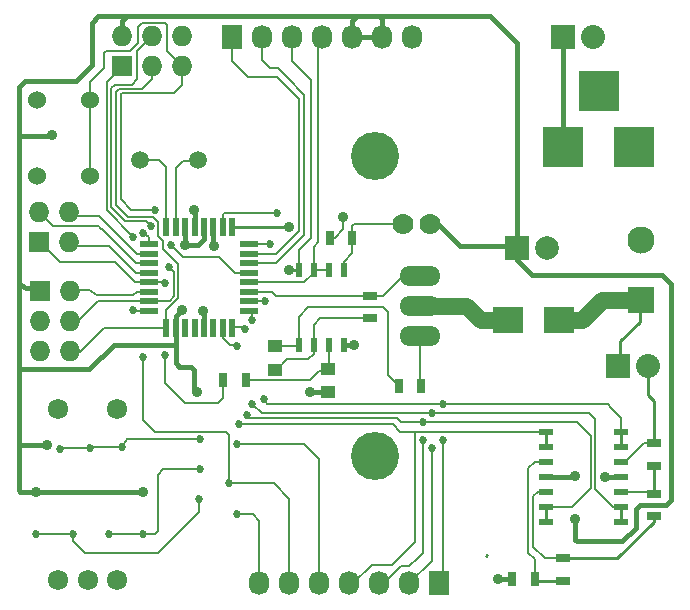
<source format=gtl>
G04 #@! TF.FileFunction,Copper,L1,Top,Signal*
%FSLAX46Y46*%
G04 Gerber Fmt 4.6, Leading zero omitted, Abs format (unit mm)*
G04 Created by KiCad (PCBNEW (2015-01-16 BZR 5376)-product) date 3/6/2015 10:24:15 PM*
%MOMM*%
G01*
G04 APERTURE LIST*
%ADD10C,0.100000*%
%ADD11O,3.500120X1.699260*%
%ADD12R,1.250000X1.000000*%
%ADD13C,2.300000*%
%ADD14R,2.300000X2.300000*%
%ADD15R,0.700000X1.300000*%
%ADD16R,1.300000X0.700000*%
%ADD17C,1.524000*%
%ADD18R,0.508000X1.143000*%
%ADD19C,1.501140*%
%ADD20R,1.727200X1.727200*%
%ADD21O,1.727200X1.727200*%
%ADD22C,4.064000*%
%ADD23R,1.143000X0.508000*%
%ADD24R,2.499360X2.301240*%
%ADD25R,3.500120X3.500120*%
%ADD26C,1.724000*%
%ADD27R,1.998980X1.998980*%
%ADD28C,1.998980*%
%ADD29R,0.550000X1.600000*%
%ADD30R,1.600000X0.550000*%
%ADD31R,1.727200X2.032000*%
%ADD32O,1.727200X2.032000*%
%ADD33C,1.778000*%
%ADD34R,2.032000X2.032000*%
%ADD35O,2.032000X2.032000*%
%ADD36C,0.889000*%
%ADD37C,0.685800*%
%ADD38C,0.254000*%
%ADD39C,0.152400*%
%ADD40C,0.381000*%
%ADD41C,1.400000*%
G04 APERTURE END LIST*
D10*
D11*
X202819000Y-74930000D03*
X202819000Y-77470000D03*
X202819000Y-72390000D03*
D12*
X195021200Y-80280000D03*
X195021200Y-82280000D03*
X190500000Y-78349600D03*
X190500000Y-80349600D03*
D13*
X221488000Y-69342000D03*
D14*
X221488000Y-74422000D03*
D15*
X186146400Y-81229200D03*
X188046400Y-81229200D03*
X202880000Y-81737200D03*
X200980000Y-81737200D03*
D16*
X198526400Y-74081600D03*
X198526400Y-75981600D03*
X222605600Y-86578400D03*
X222605600Y-88478400D03*
X222605600Y-90845600D03*
X222605600Y-92745600D03*
X214884000Y-96332000D03*
X214884000Y-98232000D03*
D15*
X212481200Y-98044000D03*
X210581200Y-98044000D03*
D17*
X174868400Y-57481400D03*
X174868400Y-63981400D03*
X170368400Y-63981400D03*
X170368400Y-57481400D03*
D18*
X192506600Y-71907400D03*
X193776600Y-71907400D03*
X195046600Y-71907400D03*
X196316600Y-71907400D03*
X196316600Y-78257400D03*
X195046600Y-78257400D03*
X193776600Y-78257400D03*
X192506600Y-78257400D03*
D19*
X184000140Y-62611000D03*
X179118260Y-62611000D03*
D20*
X170637200Y-73660000D03*
D21*
X173177200Y-73660000D03*
X170637200Y-76200000D03*
X173177200Y-76200000D03*
X170637200Y-78740000D03*
X173177200Y-78740000D03*
D22*
X199000000Y-62300000D03*
X199000000Y-87700000D03*
D23*
X213487000Y-85598000D03*
X213487000Y-86868000D03*
X213487000Y-88138000D03*
X213487000Y-89408000D03*
X213487000Y-90678000D03*
X213487000Y-91948000D03*
X213487000Y-93218000D03*
X219837000Y-93218000D03*
X219837000Y-91948000D03*
X219837000Y-89408000D03*
X219837000Y-88138000D03*
X219837000Y-86868000D03*
X219837000Y-85598000D03*
X219837000Y-90678000D03*
D24*
X214543640Y-76149200D03*
X210245960Y-76149200D03*
D25*
X214932260Y-61493400D03*
X220931740Y-61493400D03*
X217932000Y-56794400D03*
D20*
X177571400Y-54660800D03*
D21*
X177571400Y-52120800D03*
X180111400Y-54660800D03*
X180111400Y-52120800D03*
X182651400Y-54660800D03*
X182651400Y-52120800D03*
D26*
X172150400Y-98178000D03*
X174650400Y-98178000D03*
X177150400Y-98178000D03*
X172150400Y-83678000D03*
X177150400Y-83678000D03*
D27*
X211023200Y-70078600D03*
D28*
X213563200Y-70078600D03*
D29*
X186899200Y-68292400D03*
X186099200Y-68292400D03*
X185299200Y-68292400D03*
X184499200Y-68292400D03*
X183699200Y-68292400D03*
X182899200Y-68292400D03*
X182099200Y-68292400D03*
X181299200Y-68292400D03*
D30*
X179849200Y-69742400D03*
X179849200Y-70542400D03*
X179849200Y-71342400D03*
X179849200Y-72142400D03*
X179849200Y-72942400D03*
X179849200Y-73742400D03*
X179849200Y-74542400D03*
X179849200Y-75342400D03*
D29*
X181299200Y-76792400D03*
X182099200Y-76792400D03*
X182899200Y-76792400D03*
X183699200Y-76792400D03*
X184499200Y-76792400D03*
X185299200Y-76792400D03*
X186099200Y-76792400D03*
X186899200Y-76792400D03*
D30*
X188349200Y-75342400D03*
X188349200Y-74542400D03*
X188349200Y-73742400D03*
X188349200Y-72942400D03*
X188349200Y-72142400D03*
X188349200Y-71342400D03*
X188349200Y-70542400D03*
X188349200Y-69742400D03*
D20*
X170561000Y-69545200D03*
D21*
X170561000Y-67005200D03*
X173101000Y-69545200D03*
X173101000Y-67005200D03*
D31*
X204419200Y-98450400D03*
D32*
X201879200Y-98450400D03*
X199339200Y-98450400D03*
X196799200Y-98450400D03*
X194259200Y-98450400D03*
X191719200Y-98450400D03*
X189179200Y-98450400D03*
D15*
X195163400Y-69164200D03*
X197063400Y-69164200D03*
D33*
X203631800Y-68046600D03*
X201345800Y-68046600D03*
D34*
X214909400Y-52197000D03*
D35*
X217449400Y-52197000D03*
D34*
X219583000Y-80060800D03*
D35*
X222123000Y-80060800D03*
D31*
X186893200Y-52197000D03*
D32*
X189433200Y-52197000D03*
X191973200Y-52197000D03*
X194513200Y-52197000D03*
X197053200Y-52197000D03*
X199593200Y-52197000D03*
X202133200Y-52197000D03*
D36*
X218490800Y-89408000D03*
X197231000Y-78257400D03*
X209397600Y-98044000D03*
X196265800Y-67462400D03*
X193513200Y-82280000D03*
X185369200Y-69850000D03*
X184378600Y-75412600D03*
X183692800Y-66802000D03*
X171196000Y-86690200D03*
X179374800Y-90703400D03*
X170256200Y-90703400D03*
X183870600Y-82270600D03*
X215900000Y-89357200D03*
X182930800Y-69799200D03*
X182626000Y-75285600D03*
X171627800Y-60502800D03*
X215925400Y-92964000D03*
D37*
X172313600Y-87096600D03*
X174879000Y-87020400D03*
X177596800Y-86868000D03*
X184150000Y-86258400D03*
X179984400Y-68148200D03*
X181559200Y-71678800D03*
X181178200Y-73025000D03*
X181178200Y-79121000D03*
X180340000Y-66827400D03*
X181737000Y-69773800D03*
X187299600Y-92608400D03*
X190703200Y-67106800D03*
X179324000Y-79298800D03*
X179349400Y-68783200D03*
X186588400Y-89966800D03*
X189585600Y-82854800D03*
X189636400Y-74549000D03*
X204724000Y-83286600D03*
X204724000Y-86334600D03*
X188595000Y-83235800D03*
X188569600Y-76149200D03*
X203784200Y-84023200D03*
X203784200Y-87020400D03*
X188163200Y-84201000D03*
X187934600Y-76885800D03*
X203022200Y-84759800D03*
X203022200Y-86334600D03*
X187502800Y-84912200D03*
X187325000Y-78308200D03*
X187325000Y-86664800D03*
X190119000Y-69742400D03*
D36*
X191668400Y-68275200D03*
X191668400Y-71907400D03*
D37*
X178485800Y-69088000D03*
X178485800Y-75311000D03*
X184150000Y-88798400D03*
X179324000Y-94284800D03*
X176479200Y-94284800D03*
X184099200Y-91338400D03*
X170281600Y-94259400D03*
X173380400Y-94284800D03*
D38*
X208468000Y-96012000D02*
X208341000Y-96139000D01*
D39*
X194834000Y-80467200D02*
X195021200Y-80280000D01*
X193446400Y-81229200D02*
X194208400Y-80467200D01*
X194208400Y-80467200D02*
X194834000Y-80467200D01*
X188046400Y-81229200D02*
X193446400Y-81229200D01*
X195046600Y-80254600D02*
X195021200Y-80280000D01*
X195046600Y-78257400D02*
X195046600Y-80254600D01*
D40*
X197231000Y-78257400D02*
X197256400Y-78282800D01*
X196316600Y-78257400D02*
X197231000Y-78257400D01*
X219837000Y-89408000D02*
X218490800Y-89408000D01*
X210581200Y-98044000D02*
X209397600Y-98044000D01*
D39*
X195163400Y-69164200D02*
X195580000Y-69164200D01*
X195580000Y-69164200D02*
X196265800Y-68478400D01*
X196265800Y-68478400D02*
X196265800Y-67462400D01*
X192414400Y-78349600D02*
X192506600Y-78257400D01*
X190500000Y-78349600D02*
X192414400Y-78349600D01*
X192506600Y-75920600D02*
X193344800Y-75082400D01*
X193344800Y-75082400D02*
X199694800Y-75082400D01*
X199694800Y-75082400D02*
X200050400Y-75438000D01*
X200050400Y-75438000D02*
X200050400Y-80807600D01*
X200050400Y-80807600D02*
X200980000Y-81737200D01*
X192506600Y-78257400D02*
X192506600Y-75920600D01*
X193776600Y-79019400D02*
X193776600Y-78257400D01*
X193344800Y-79451200D02*
X193776600Y-79019400D01*
X191566800Y-79451200D02*
X193344800Y-79451200D01*
X190668400Y-80349600D02*
X191566800Y-79451200D01*
X190500000Y-80349600D02*
X190668400Y-80349600D01*
X193776600Y-76530200D02*
X194325200Y-75981600D01*
X194325200Y-75981600D02*
X198526400Y-75981600D01*
X193776600Y-78257400D02*
X193776600Y-76530200D01*
D40*
X193497200Y-82296000D02*
X193513200Y-82280000D01*
X195021200Y-82280000D02*
X193513200Y-82280000D01*
X185299200Y-69780000D02*
X185369200Y-69850000D01*
X185299200Y-68292400D02*
X185299200Y-69780000D01*
X184499200Y-75533200D02*
X184378600Y-75412600D01*
X184499200Y-76792400D02*
X184499200Y-75533200D01*
X183699200Y-66808400D02*
X183692800Y-66802000D01*
X183699200Y-68292400D02*
X183699200Y-66808400D01*
X177571400Y-52120800D02*
X177571400Y-50825400D01*
X177571400Y-50825400D02*
X177952400Y-50444400D01*
X168808400Y-56413400D02*
X169316400Y-55905400D01*
X197434200Y-50444400D02*
X178638200Y-50444400D01*
X176911000Y-50444400D02*
X176555400Y-50444400D01*
X176911000Y-50444400D02*
X177952400Y-50444400D01*
X177952400Y-50444400D02*
X178638200Y-50444400D01*
X168808400Y-56565800D02*
X168808400Y-60553600D01*
X168808400Y-56565800D02*
X168808400Y-56413400D01*
X175564800Y-50444400D02*
X176555400Y-50444400D01*
X175006000Y-51003200D02*
X175564800Y-50444400D01*
X175006000Y-54584600D02*
X175006000Y-51003200D01*
X173685200Y-55905400D02*
X175006000Y-54584600D01*
X169316400Y-55905400D02*
X173685200Y-55905400D01*
X168808400Y-86690200D02*
X171196000Y-86690200D01*
X179374800Y-90703400D02*
X170256200Y-90703400D01*
X168808400Y-90576400D02*
X168935400Y-90703400D01*
X168808400Y-89916000D02*
X168808400Y-90576400D01*
X168808400Y-89916000D02*
X168808400Y-89128600D01*
X168935400Y-90703400D02*
X170256200Y-90703400D01*
X168808400Y-80314800D02*
X174802800Y-80314800D01*
X176860200Y-78257400D02*
X182099200Y-78257400D01*
X174802800Y-80314800D02*
X176860200Y-78257400D01*
X183692800Y-82092800D02*
X183870600Y-82270600D01*
X183388000Y-80111600D02*
X182346600Y-80111600D01*
X183388000Y-80111600D02*
X183692800Y-80416400D01*
X183692800Y-80416400D02*
X183692800Y-82092800D01*
X182346600Y-80035400D02*
X182346600Y-80111600D01*
X168808400Y-73126600D02*
X168808400Y-60553600D01*
D38*
X213360000Y-89281000D02*
X213487000Y-89408000D01*
D40*
X213487000Y-89408000D02*
X215849200Y-89408000D01*
X215900000Y-89357200D02*
X215849200Y-89408000D01*
X168808400Y-73126600D02*
X168808400Y-80060800D01*
X182899200Y-69767600D02*
X182899200Y-68292400D01*
X182899200Y-69767600D02*
X182930800Y-69799200D01*
X168808400Y-85496400D02*
X168808400Y-85394800D01*
X168808400Y-86868000D02*
X168808400Y-86690200D01*
X168808400Y-86690200D02*
X168808400Y-86182200D01*
X168808400Y-80543400D02*
X168808400Y-85496400D01*
X168808400Y-80314800D02*
X168808400Y-80543400D01*
X168808400Y-86182200D02*
X168808400Y-85394800D01*
X168808400Y-80060800D02*
X168808400Y-80314800D01*
X182099200Y-75812400D02*
X182626000Y-75285600D01*
X182099200Y-76792400D02*
X182099200Y-75812400D01*
X182422800Y-80111600D02*
X182346600Y-80111600D01*
X182099200Y-78257400D02*
X182099200Y-79788000D01*
X182099200Y-79788000D02*
X182422800Y-80111600D01*
X182099200Y-76792400D02*
X182099200Y-78257400D01*
X168808400Y-89128600D02*
X168808400Y-86868000D01*
X168808400Y-89128600D02*
X168808400Y-89154000D01*
X171577000Y-60553600D02*
X168808400Y-60553600D01*
X171627800Y-60502800D02*
X171577000Y-60553600D01*
X170484800Y-73456800D02*
X170637200Y-73304400D01*
X169418000Y-73456800D02*
X168808400Y-73126600D01*
X170484800Y-73456800D02*
X169418000Y-73456800D01*
X201371200Y-50444400D02*
X200990200Y-50444400D01*
X199364600Y-50444400D02*
X197434200Y-50444400D01*
X200482200Y-50444400D02*
X199364600Y-50444400D01*
X200990200Y-50444400D02*
X200482200Y-50444400D01*
X203631800Y-68046600D02*
X204343000Y-68046600D01*
X184499200Y-69323000D02*
X184023000Y-69799200D01*
X184023000Y-69799200D02*
X182930800Y-69799200D01*
X184499200Y-68292400D02*
X184499200Y-69323000D01*
X210921600Y-69850000D02*
X210997800Y-69773800D01*
X206146400Y-69850000D02*
X210921600Y-69850000D01*
X204343000Y-68046600D02*
X205486000Y-69189600D01*
X205486000Y-69189600D02*
X206146400Y-69850000D01*
X212293200Y-72339200D02*
X210997800Y-71043800D01*
X210997800Y-71043800D02*
X210997800Y-69773800D01*
X215773000Y-72339200D02*
X215798400Y-72339200D01*
X221081600Y-93726000D02*
X219913200Y-94894400D01*
X219913200Y-94894400D02*
X216052400Y-94894400D01*
X216052400Y-94894400D02*
X215925400Y-94767400D01*
X215925400Y-94767400D02*
X215925400Y-92964000D01*
X215773000Y-72339200D02*
X223266000Y-72339200D01*
X221081600Y-92125800D02*
X221081600Y-93243400D01*
X221411800Y-91795600D02*
X221081600Y-92125800D01*
X223647000Y-91795600D02*
X221411800Y-91795600D01*
X224053400Y-91389200D02*
X223647000Y-91795600D01*
X224053400Y-73126600D02*
X224053400Y-91389200D01*
X223266000Y-72339200D02*
X224053400Y-73126600D01*
X221081600Y-93243400D02*
X221081600Y-93726000D01*
X215798400Y-72339200D02*
X212293200Y-72339200D01*
X210972400Y-69748400D02*
X210997800Y-69773800D01*
X202717400Y-50444400D02*
X204419200Y-50444400D01*
X201422000Y-50444400D02*
X202717400Y-50444400D01*
X201422000Y-50444400D02*
X200990200Y-50444400D01*
X204419200Y-50444400D02*
X208280000Y-50444400D01*
X208686400Y-50444400D02*
X208280000Y-50444400D01*
X210972400Y-52730400D02*
X208686400Y-50444400D01*
X210972400Y-69748400D02*
X210972400Y-52730400D01*
X197053200Y-50825400D02*
X197434200Y-50444400D01*
X197053200Y-52197000D02*
X197053200Y-50825400D01*
X199593200Y-50673000D02*
X199364600Y-50444400D01*
X199593200Y-52197000D02*
X199593200Y-50673000D01*
X197053200Y-52197000D02*
X199593200Y-52197000D01*
D39*
X172389800Y-87020400D02*
X174879000Y-87020400D01*
X172313600Y-87096600D02*
X172389800Y-87020400D01*
X175031400Y-86868000D02*
X177596800Y-86868000D01*
X174879000Y-87020400D02*
X175031400Y-86868000D01*
X177596800Y-86868000D02*
X178003200Y-86258400D01*
X178003200Y-86258400D02*
X184150000Y-86258400D01*
X173126400Y-73583800D02*
X173177200Y-73304400D01*
X173228000Y-73609200D02*
X173177200Y-73660000D01*
X174777400Y-73609200D02*
X175412400Y-74015600D01*
X175412400Y-74015600D02*
X178511200Y-74015600D01*
X178511200Y-74015600D02*
X178784400Y-73742400D01*
X178784400Y-73742400D02*
X179849200Y-73742400D01*
X173228000Y-73609200D02*
X174777400Y-73609200D01*
X179984400Y-68148200D02*
X179603400Y-67767200D01*
X179603400Y-67767200D02*
X177850800Y-67767200D01*
X177850800Y-67767200D02*
X176657000Y-66573400D01*
X176657000Y-66573400D02*
X176657000Y-56489600D01*
X176657000Y-56489600D02*
X176936400Y-56210200D01*
X176936400Y-56210200D02*
X178435000Y-56210200D01*
X178435000Y-56210200D02*
X178866800Y-55778400D01*
X178866800Y-55778400D02*
X178866800Y-53365400D01*
X180111400Y-52120800D02*
X178866800Y-53365400D01*
X173990000Y-76047600D02*
X175495200Y-74542400D01*
X173888400Y-76047600D02*
X173177200Y-75844400D01*
X179849200Y-74542400D02*
X175495200Y-74542400D01*
X173888400Y-76047600D02*
X173990000Y-76047600D01*
X181591200Y-74542400D02*
X181990998Y-74142602D01*
X181990998Y-74142602D02*
X181990998Y-72110598D01*
X181990998Y-72110598D02*
X181559200Y-71678800D01*
X179849200Y-74542400D02*
X181388000Y-74542400D01*
X181388000Y-74542400D02*
X181591200Y-74542400D01*
X177165000Y-66522600D02*
X177038000Y-66395600D01*
X181051200Y-70129400D02*
X181051200Y-69494400D01*
X181051200Y-69494400D02*
X180594000Y-69037200D01*
X180594000Y-69037200D02*
X180594000Y-67818000D01*
X180594000Y-67818000D02*
X180162200Y-67386200D01*
X180162200Y-67386200D02*
X178028600Y-67386200D01*
X178028600Y-67386200D02*
X177165000Y-66522600D01*
X181610000Y-70688200D02*
X182295800Y-71374000D01*
X182295800Y-71374000D02*
X182295800Y-71729600D01*
X181299200Y-76792400D02*
X181299200Y-75291600D01*
X182295800Y-74295000D02*
X182295800Y-71729600D01*
X181299200Y-75291600D02*
X182295800Y-74295000D01*
X181610000Y-70688200D02*
X181051200Y-70129400D01*
X180111400Y-55702200D02*
X180111400Y-54660800D01*
X179247800Y-56565800D02*
X180111400Y-55702200D01*
X177292000Y-56565800D02*
X179247800Y-56565800D01*
X177038000Y-56819800D02*
X177292000Y-56565800D01*
X177038000Y-66395600D02*
X177038000Y-56819800D01*
X174345600Y-78486000D02*
X176039200Y-76792400D01*
X176039200Y-76792400D02*
X181299200Y-76792400D01*
X174015400Y-78816200D02*
X174345600Y-78486000D01*
X173964600Y-78816200D02*
X174015400Y-78816200D01*
X173101000Y-78816200D02*
X173177200Y-78384400D01*
X174015400Y-78816200D02*
X173101000Y-78816200D01*
X220167200Y-88138000D02*
X221752200Y-86553000D01*
X219837000Y-88138000D02*
X220167200Y-88138000D01*
X221752200Y-86553000D02*
X222758000Y-86553000D01*
D38*
X222250000Y-86349800D02*
X222478600Y-86578400D01*
X222123000Y-82524600D02*
X222605600Y-83007200D01*
X222605600Y-83007200D02*
X222605600Y-86578400D01*
X222123000Y-80060800D02*
X222123000Y-82524600D01*
D39*
X201269600Y-72390000D02*
X202819000Y-72390000D01*
X201371200Y-72390000D02*
X202819000Y-72390000D01*
X199679600Y-74081600D02*
X201371200Y-72390000D01*
X198526400Y-74081600D02*
X199679600Y-74081600D01*
X190226800Y-73742400D02*
X190566000Y-74081600D01*
X190566000Y-74081600D02*
X198526400Y-74081600D01*
X188349200Y-73742400D02*
X190226800Y-73742400D01*
X182905400Y-83210400D02*
X181178200Y-81483200D01*
X181178200Y-81483200D02*
X181178200Y-80873600D01*
X186146400Y-82712600D02*
X186146400Y-81229200D01*
X185648600Y-83210400D02*
X186146400Y-82712600D01*
X183261000Y-83210400D02*
X185648600Y-83210400D01*
X183261000Y-83210400D02*
X182905400Y-83210400D01*
X181178200Y-79121000D02*
X181178200Y-80873600D01*
X186095600Y-81280000D02*
X186146400Y-81229200D01*
X180892200Y-72942200D02*
X180949600Y-72999600D01*
X180892400Y-72942400D02*
X180949600Y-72999600D01*
X179849200Y-72942400D02*
X180892400Y-72942400D01*
X178631800Y-72942400D02*
X176936400Y-71247000D01*
X176936400Y-71247000D02*
X172288200Y-71247000D01*
X172288200Y-71247000D02*
X170942000Y-69900800D01*
X179849200Y-72942400D02*
X178631800Y-72942400D01*
X219837000Y-90678000D02*
X222565000Y-90678000D01*
X222565000Y-90678000D02*
X222758000Y-90871000D01*
X222478600Y-90794800D02*
X222453200Y-90820200D01*
D38*
X222605600Y-88478400D02*
X222605600Y-90845600D01*
X222758000Y-92771000D02*
X222290600Y-92771000D01*
D39*
X213349800Y-96332000D02*
X212394800Y-95377000D01*
X212394800Y-95377000D02*
X212394800Y-91084400D01*
X212394800Y-91084400D02*
X212801200Y-90678000D01*
X212801200Y-90678000D02*
X213487000Y-90678000D01*
X214884000Y-96332000D02*
X213349800Y-96332000D01*
D38*
X219491600Y-96332000D02*
X222605600Y-93218000D01*
X222605600Y-93218000D02*
X222605600Y-92745600D01*
X214884000Y-96332000D02*
X216001600Y-96332000D01*
X216001600Y-96332000D02*
X218069200Y-96332000D01*
X218069200Y-96332000D02*
X219491600Y-96332000D01*
D39*
X212445600Y-98008400D02*
X212481200Y-98044000D01*
D38*
X212516800Y-98079600D02*
X212481200Y-98044000D01*
X212669200Y-98232000D02*
X212481200Y-98044000D01*
X214884000Y-98232000D02*
X212669200Y-98232000D01*
D39*
X212481200Y-96377800D02*
X211963000Y-95859600D01*
X211963000Y-95859600D02*
X211963000Y-88696800D01*
X211963000Y-88696800D02*
X212521800Y-88138000D01*
X212521800Y-88138000D02*
X213487000Y-88138000D01*
X212481200Y-98044000D02*
X212481200Y-96377800D01*
X182099200Y-63804800D02*
X182099200Y-68292400D01*
X182099200Y-63772800D02*
X182099200Y-63804800D01*
X183898540Y-62712600D02*
X184000140Y-62611000D01*
X182099200Y-63315600D02*
X182702200Y-62712600D01*
X182702200Y-62712600D02*
X183898540Y-62712600D01*
X182099200Y-63804800D02*
X182099200Y-63315600D01*
X180695600Y-62611000D02*
X181299200Y-63214600D01*
X181299200Y-63214600D02*
X181299200Y-64154400D01*
X181299200Y-64154400D02*
X181299200Y-68292400D01*
X179118260Y-62611000D02*
X180695600Y-62611000D01*
X174868400Y-57481400D02*
X174868400Y-55966800D01*
X181356000Y-53365400D02*
X182651400Y-54660800D01*
X181356000Y-51155600D02*
X181356000Y-53365400D01*
X181165502Y-50965102D02*
X181356000Y-51155600D01*
X179235098Y-50965102D02*
X181165502Y-50965102D01*
X178892200Y-51308000D02*
X179235098Y-50965102D01*
X178892200Y-52730400D02*
X178892200Y-51308000D01*
X178231800Y-53390800D02*
X178892200Y-52730400D01*
X176199800Y-53390800D02*
X178231800Y-53390800D01*
X176022000Y-53568600D02*
X176199800Y-53390800D01*
X176022000Y-54813200D02*
X176022000Y-53568600D01*
X174868400Y-55966800D02*
X176022000Y-54813200D01*
X182651400Y-56210200D02*
X182651400Y-54660800D01*
X180340000Y-66827400D02*
X178358800Y-66827400D01*
X178358800Y-66827400D02*
X177444400Y-65913000D01*
X177444400Y-65913000D02*
X177444400Y-57048400D01*
X177444400Y-57048400D02*
X177571400Y-56921400D01*
X177571400Y-56921400D02*
X181940200Y-56921400D01*
X181940200Y-56921400D02*
X182651400Y-56210200D01*
X187102800Y-72142400D02*
X185750200Y-70789800D01*
X185750200Y-70789800D02*
X182753000Y-70789800D01*
X182753000Y-70789800D02*
X181737000Y-69773800D01*
X188349200Y-72142400D02*
X187102800Y-72142400D01*
X174868400Y-57481400D02*
X174868400Y-63981400D01*
X190754000Y-54838600D02*
X190093600Y-54838600D01*
X190093600Y-54838600D02*
X189407800Y-54152800D01*
X189407800Y-54152800D02*
X189407800Y-52171600D01*
X188349200Y-71342400D02*
X190557000Y-71342400D01*
X190557000Y-71342400D02*
X192989200Y-68910200D01*
X192989200Y-68910200D02*
X192989200Y-57073800D01*
X192989200Y-57073800D02*
X191516000Y-55600600D01*
X191516000Y-55600600D02*
X190754000Y-54838600D01*
X188349200Y-70542400D02*
X190569600Y-70542400D01*
X190569600Y-70542400D02*
X192532000Y-68580000D01*
X192532000Y-57404000D02*
X192532000Y-57404000D01*
X192532000Y-68580000D02*
X192532000Y-57404000D01*
X191693800Y-56565800D02*
X190703200Y-55575200D01*
X190703200Y-55575200D02*
X188188600Y-55575200D01*
X188188600Y-55575200D02*
X186867800Y-54254400D01*
X186867800Y-54254400D02*
X186867800Y-52171600D01*
X192532000Y-57404000D02*
X191693800Y-56565800D01*
X188620400Y-92608400D02*
X189179200Y-93167200D01*
X189179200Y-93167200D02*
X189179200Y-98450400D01*
X187299600Y-92608400D02*
X188620400Y-92608400D01*
X186099200Y-67240400D02*
X186099200Y-68292400D01*
X186232800Y-67106800D02*
X190703200Y-67106800D01*
X186099200Y-67240400D02*
X186232800Y-67106800D01*
X179324000Y-79298800D02*
X179324000Y-84582000D01*
X186588400Y-85877400D02*
X186359800Y-85648800D01*
X186359800Y-85648800D02*
X180390800Y-85648800D01*
X186588400Y-89966800D02*
X186588400Y-88290400D01*
X186588400Y-88290400D02*
X186588400Y-87223600D01*
X186588400Y-87223600D02*
X186588400Y-85877400D01*
X180390800Y-85648800D02*
X179603400Y-84861400D01*
X179849200Y-69121600D02*
X179849200Y-69742400D01*
X179349400Y-68783200D02*
X179849200Y-69121600D01*
X179324000Y-84582000D02*
X179603400Y-84861400D01*
X179171600Y-79375000D02*
X179146200Y-79349600D01*
X190423800Y-89966800D02*
X191719200Y-91262200D01*
X191719200Y-91262200D02*
X191719200Y-98450400D01*
X186588400Y-89966800D02*
X190423800Y-89966800D01*
X178797200Y-70542400D02*
X175615600Y-67360800D01*
X175615600Y-67360800D02*
X173482000Y-67360800D01*
X179849200Y-70542400D02*
X178797200Y-70542400D01*
X170561000Y-67030600D02*
X170561000Y-67005200D01*
X175691800Y-68326000D02*
X175590200Y-68224400D01*
X175590200Y-68224400D02*
X172491400Y-68224400D01*
X172491400Y-68224400D02*
X171754800Y-68224400D01*
X171754800Y-68224400D02*
X170561000Y-67030600D01*
X179849200Y-71342400D02*
X178708200Y-71342400D01*
X178708200Y-71342400D02*
X175920400Y-68554600D01*
X175920400Y-68554600D02*
X175691800Y-68326000D01*
X189477400Y-74517000D02*
X189534800Y-74574400D01*
X189502800Y-74542400D02*
X189534800Y-74574400D01*
X189502800Y-74542400D02*
X189534800Y-74574400D01*
X189433200Y-74542400D02*
X189502800Y-74542400D01*
X188349200Y-74542400D02*
X189433200Y-74542400D01*
D38*
X219837000Y-85598000D02*
X219837000Y-86868000D01*
D39*
X204825600Y-83286600D02*
X204800200Y-83286600D01*
X218668600Y-83286600D02*
X204825600Y-83286600D01*
X219837000Y-85598000D02*
X219837000Y-84455000D01*
X219837000Y-84455000D02*
X218948000Y-83566000D01*
X218948000Y-83566000D02*
X218668600Y-83286600D01*
X197154800Y-83286600D02*
X197129400Y-83286600D01*
X204724000Y-83286600D02*
X197154800Y-83286600D01*
X204825600Y-83286600D02*
X204724000Y-83286600D01*
X189611000Y-82829400D02*
X189585600Y-82854800D01*
X189839600Y-83286600D02*
X189585600Y-82854800D01*
X197154800Y-83286600D02*
X189839600Y-83286600D01*
X189629800Y-74542400D02*
X189636400Y-74549000D01*
X189433200Y-74542400D02*
X189629800Y-74542400D01*
X204724000Y-95046800D02*
X204724000Y-98450400D01*
X204724000Y-90322400D02*
X204724000Y-95046800D01*
X204724000Y-86334600D02*
X204724000Y-90322400D01*
X188569600Y-75562800D02*
X188349200Y-75342400D01*
D38*
X219837000Y-91948000D02*
X219837000Y-93218000D01*
D39*
X217576400Y-90424000D02*
X217576400Y-84531200D01*
X217576400Y-84531200D02*
X217068400Y-84023200D01*
X219100400Y-91948000D02*
X219837000Y-91948000D01*
X217068400Y-84023200D02*
X203784200Y-84023200D01*
X219100400Y-91948000D02*
X217576400Y-90424000D01*
X204571600Y-84023200D02*
X203784200Y-84023200D01*
X195097400Y-84023200D02*
X204571600Y-84023200D01*
X195072000Y-84023200D02*
X195097400Y-84023200D01*
X189382400Y-84023200D02*
X195097400Y-84023200D01*
X188569600Y-75562800D02*
X188569600Y-76149200D01*
X189382400Y-84023200D02*
X188595000Y-83235800D01*
X203784200Y-91135200D02*
X203784200Y-94742000D01*
X203784200Y-87020400D02*
X203784200Y-91135200D01*
X203784200Y-94742000D02*
X203784200Y-96520000D01*
X203784200Y-96545400D02*
X201879200Y-98450400D01*
X203784200Y-96520000D02*
X203784200Y-96545400D01*
D38*
X213487000Y-91948000D02*
X213487000Y-93218000D01*
D39*
X187875600Y-76767000D02*
X187883800Y-76758800D01*
X186805800Y-76758800D02*
X186772200Y-76792400D01*
X187883800Y-76758800D02*
X186805800Y-76758800D01*
X215696800Y-91948000D02*
X217271598Y-90373202D01*
X213487000Y-91948000D02*
X215696800Y-91948000D01*
X216077800Y-84759800D02*
X203022200Y-84759800D01*
X217271598Y-85953598D02*
X216077800Y-84759800D01*
X217271598Y-90373202D02*
X217271598Y-85953598D01*
X199720200Y-98450400D02*
X199339200Y-98450400D01*
X201142600Y-84759800D02*
X203022200Y-84759800D01*
X201142600Y-84759800D02*
X200812400Y-84429600D01*
X188391800Y-84429600D02*
X200812400Y-84429600D01*
X188163200Y-84201000D02*
X188391800Y-84429600D01*
X187883800Y-76835000D02*
X187934600Y-76885800D01*
X187883800Y-76758800D02*
X187883800Y-76835000D01*
X203022200Y-95834200D02*
X202590400Y-96266000D01*
X202590400Y-96266000D02*
X201879200Y-96977200D01*
X201879200Y-96977200D02*
X201193400Y-96977200D01*
X201193400Y-96977200D02*
X199720200Y-98450400D01*
X203022200Y-90652600D02*
X203022200Y-95834200D01*
X203022200Y-86334600D02*
X203022200Y-88823800D01*
X203022200Y-88823800D02*
X203022200Y-90652600D01*
D38*
X213487000Y-85598000D02*
X213487000Y-86868000D01*
D39*
X202361800Y-85598000D02*
X202234800Y-85598000D01*
X213487000Y-85598000D02*
X202361800Y-85598000D01*
X201117200Y-85598000D02*
X200482200Y-84963000D01*
X202184000Y-85598000D02*
X201117200Y-85598000D01*
X202234800Y-85598000D02*
X202184000Y-85598000D01*
X202361800Y-94919800D02*
X200431400Y-96850200D01*
X200431400Y-96850200D02*
X198704200Y-96850200D01*
X198704200Y-96850200D02*
X197104000Y-98450400D01*
X202361800Y-85598000D02*
X202361800Y-94919800D01*
X187502800Y-84912200D02*
X187553600Y-84963000D01*
X187553600Y-84963000D02*
X200482200Y-84963000D01*
X187299600Y-78282800D02*
X187325000Y-78308200D01*
X186690000Y-78282800D02*
X186099200Y-77692000D01*
X186099200Y-76792400D02*
X186099200Y-77692000D01*
X186690000Y-78282800D02*
X187299600Y-78282800D01*
X190246000Y-69799200D02*
X190144400Y-69697600D01*
X190189200Y-69742400D02*
X190246000Y-69799200D01*
X190119000Y-69742400D02*
X190189200Y-69742400D01*
X188349200Y-69742400D02*
X190119000Y-69742400D01*
X189230000Y-86664800D02*
X189255400Y-86664800D01*
X187325000Y-86664800D02*
X189230000Y-86664800D01*
X192989200Y-86664800D02*
X194259200Y-87934800D01*
X194259200Y-87934800D02*
X194259200Y-98450400D01*
X189230000Y-86664800D02*
X192989200Y-86664800D01*
X202819000Y-81676200D02*
X202880000Y-81737200D01*
X202819000Y-77470000D02*
X202819000Y-81676200D01*
D38*
X191651200Y-68292400D02*
X191668400Y-68275200D01*
X186899200Y-68292400D02*
X191651200Y-68292400D01*
X192506600Y-71907400D02*
X191668400Y-71907400D01*
D39*
X192506600Y-71907400D02*
X192506600Y-70231000D01*
X192506600Y-70231000D02*
X193522600Y-69215000D01*
X193522600Y-69215000D02*
X193522600Y-55854600D01*
X191947800Y-54254400D02*
X191947800Y-52171600D01*
X193522600Y-55829200D02*
X191947800Y-54254400D01*
X193522600Y-55854600D02*
X193522600Y-55829200D01*
D38*
X221386400Y-74523600D02*
X221488000Y-74422000D01*
X219710000Y-77952600D02*
X219710000Y-79502000D01*
X221386400Y-76276200D02*
X219710000Y-77952600D01*
X221386400Y-74523600D02*
X221386400Y-76276200D01*
D41*
X216484200Y-76149200D02*
X218211400Y-74422000D01*
X218211400Y-74422000D02*
X219329000Y-74422000D01*
X219329000Y-74422000D02*
X221488000Y-74422000D01*
X214543640Y-76149200D02*
X216484200Y-76149200D01*
X207924400Y-76149200D02*
X206705200Y-74930000D01*
X206705200Y-74930000D02*
X204978000Y-74930000D01*
X204978000Y-74930000D02*
X202819000Y-74930000D01*
X210245960Y-76149200D02*
X207924400Y-76149200D01*
D39*
X176250600Y-58166000D02*
X176250600Y-55981600D01*
X176250600Y-55981600D02*
X177571400Y-54660800D01*
X176250600Y-66852800D02*
X176250600Y-58166000D01*
X176250600Y-58166000D02*
X176250600Y-58140600D01*
X178485800Y-69088000D02*
X176250600Y-66852800D01*
X179849200Y-75342400D02*
X178517200Y-75342400D01*
X178485800Y-75311000D02*
X178517200Y-75342400D01*
X180594000Y-92633800D02*
X180594000Y-94030800D01*
X181025800Y-88798400D02*
X184150000Y-88798400D01*
X180594000Y-90500200D02*
X180594000Y-89230200D01*
X180594000Y-89230200D02*
X181025800Y-88798400D01*
X180594000Y-92633800D02*
X180594000Y-90500200D01*
X180340000Y-94284800D02*
X179324000Y-94284800D01*
X180594000Y-94030800D02*
X180340000Y-94284800D01*
X176479200Y-94284800D02*
X179324000Y-94284800D01*
X173380400Y-94284800D02*
X173380400Y-94894400D01*
X184099200Y-92405200D02*
X184099200Y-91338400D01*
X180594000Y-95910400D02*
X184099200Y-92405200D01*
X174396400Y-95910400D02*
X180594000Y-95910400D01*
X173380400Y-94894400D02*
X174396400Y-95910400D01*
X170307000Y-94284800D02*
X173380400Y-94284800D01*
X170281600Y-94259400D02*
X170307000Y-94284800D01*
X173329600Y-94234000D02*
X173380400Y-94284800D01*
X178720800Y-72142400D02*
X176479200Y-69900800D01*
X176479200Y-69900800D02*
X173482000Y-69900800D01*
X179849200Y-72142400D02*
X178720800Y-72142400D01*
X193776600Y-72123200D02*
X193776600Y-71907400D01*
X192957400Y-72942400D02*
X193776600Y-72123200D01*
X188349200Y-72942400D02*
X192957400Y-72942400D01*
X193776600Y-71907400D02*
X195046600Y-71907400D01*
X194157600Y-52552600D02*
X194513200Y-52197000D01*
X193776600Y-69926200D02*
X193776600Y-71907400D01*
X194157600Y-69545200D02*
X194157600Y-54864000D01*
X193776600Y-69926200D02*
X194157600Y-69545200D01*
X194157600Y-52552600D02*
X194157600Y-54864000D01*
X172125000Y-98178000D02*
X172205000Y-98178000D01*
X172125000Y-98178000D02*
X172128800Y-98178000D01*
X172125000Y-98178000D02*
X172125000Y-97978600D01*
X172125000Y-98178000D02*
X172125000Y-98566600D01*
X197231000Y-68046600D02*
X197063400Y-68214200D01*
X197063400Y-68214200D02*
X197063400Y-69164200D01*
X201345800Y-68046600D02*
X197231000Y-68046600D01*
X196316600Y-71247000D02*
X197063400Y-70500200D01*
X197063400Y-70500200D02*
X197063400Y-69164200D01*
X196316600Y-71907400D02*
X196316600Y-71247000D01*
D40*
X214909400Y-52197000D02*
X214909400Y-61470540D01*
X214909400Y-61470540D02*
X214932260Y-61493400D01*
X214909400Y-60987940D02*
X215313260Y-61391800D01*
X215338660Y-52626260D02*
X214909400Y-52197000D01*
M02*

</source>
